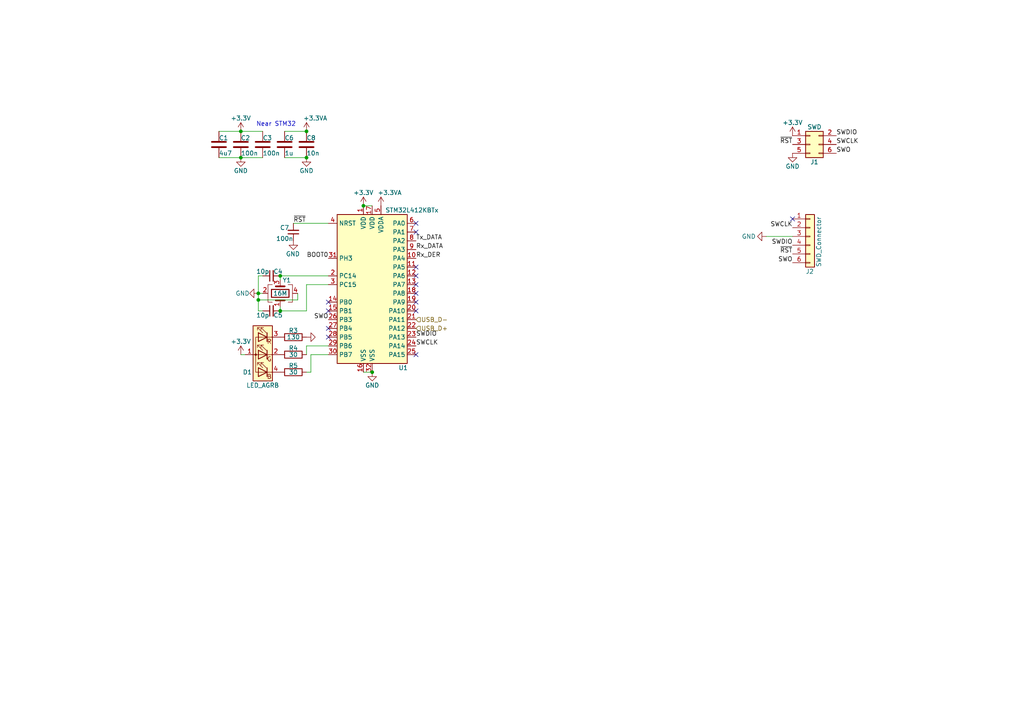
<source format=kicad_sch>
(kicad_sch (version 20211123) (generator eeschema)
  (paper "A4")
  (lib_symbols
    (symbol "Connector_Generic:Conn_01x06" (pin_names (offset 1.016) hide)
      (property "Reference" "J" (at 0 7.62 0))
      (property "Value" "Conn_01x06" (at 0 -10.16 0))
      (symbol "Conn_01x06_1_1"
        (rectangle (start -1.27 -7.493) (end 0 -7.747) (stroke (width 0.1524)))
        (rectangle (start -1.27 -4.953) (end 0 -5.207) (stroke (width 0.1524)))
        (rectangle (start -1.27 -2.413) (end 0 -2.667) (stroke (width 0.1524)))
        (rectangle (start -1.27 0.127) (end 0 -0.127) (stroke (width 0.1524)))
        (rectangle (start -1.27 2.667) (end 0 2.413) (stroke (width 0.1524)))
        (rectangle (start -1.27 5.207) (end 0 4.953) (stroke (width 0.1524)))
        (rectangle (start -1.27 6.35) (end 1.27 -8.89) (stroke (width 0.254)) (fill (type background)))
        (pin passive line (at -5.08 5.08 0) (length 3.81) (name "Pin_1") (number "1"))
        (pin passive line (at -5.08 2.54 0) (length 3.81) (name "Pin_2") (number "2"))
        (pin passive line (at -5.08 0 0) (length 3.81) (name "Pin_3") (number "3"))
        (pin passive line (at -5.08 -2.54 0) (length 3.81) (name "Pin_4") (number "4"))
        (pin passive line (at -5.08 -5.08 0) (length 3.81) (name "Pin_5") (number "5"))
        (pin passive line (at -5.08 -7.62 0) (length 3.81) (name "Pin_6") (number "6"))
      )
    )
    (symbol "Connector_Generic:Conn_02x03_Odd_Even" (pin_names (offset 1.016) hide)
      (property "Reference" "J" (at 1.27 5.08 0))
      (property "Value" "Conn_02x03_Odd_Even" (at 1.27 -5.08 0))
      (symbol "Conn_02x03_Odd_Even_1_1"
        (rectangle (start -1.27 -2.413) (end 0 -2.667) (stroke (width 0.1524)))
        (rectangle (start -1.27 0.127) (end 0 -0.127) (stroke (width 0.1524)))
        (rectangle (start -1.27 2.667) (end 0 2.413) (stroke (width 0.1524)))
        (rectangle (start -1.27 3.81) (end 3.81 -3.81) (stroke (width 0.254)) (fill (type background)))
        (rectangle (start 3.81 -2.413) (end 2.54 -2.667) (stroke (width 0.1524)))
        (rectangle (start 3.81 0.127) (end 2.54 -0.127) (stroke (width 0.1524)))
        (rectangle (start 3.81 2.667) (end 2.54 2.413) (stroke (width 0.1524)))
        (pin passive line (at -5.08 2.54 0) (length 3.81) (name "Pin_1") (number "1"))
        (pin passive line (at 7.62 2.54 180) (length 3.81) (name "Pin_2") (number "2"))
        (pin passive line (at -5.08 0 0) (length 3.81) (name "Pin_3") (number "3"))
        (pin passive line (at 7.62 0 180) (length 3.81) (name "Pin_4") (number "4"))
        (pin passive line (at -5.08 -2.54 0) (length 3.81) (name "Pin_5") (number "5"))
        (pin passive line (at 7.62 -2.54 180) (length 3.81) (name "Pin_6") (number "6"))
      )
    )
    (symbol "Device:C" (pin_numbers hide) (pin_names (offset 0.254))
      (property "Reference" "C" (at 0.635 2.54 0))
      (property "Value" "C" (at 0.635 -2.54 0))
      (symbol "C_0_1"
        (polyline (pts (xy -2.032 -0.762) (xy 2.032 -0.762)) (stroke (width 0.508)))
        (polyline (pts (xy -2.032 0.762) (xy 2.032 0.762)) (stroke (width 0.508)))
      )
      (symbol "C_1_1"
        (pin passive line (at 0 3.81 270) (length 2.794) (name "~") (number "1"))
        (pin passive line (at 0 -3.81 90) (length 2.794) (name "~") (number "2"))
      )
    )
    (symbol "Device:C_Small" (pin_numbers hide) (pin_names (offset 0.254) hide)
      (property "Reference" "C" (at 0.254 1.778 0))
      (property "Value" "C_Small" (at 0.254 -2.032 0))
      (symbol "C_Small_0_1"
        (polyline (pts (xy -1.524 -0.508) (xy 1.524 -0.508)) (stroke (width 0.3302)))
        (polyline (pts (xy -1.524 0.508) (xy 1.524 0.508)) (stroke (width 0.3048)))
      )
      (symbol "C_Small_1_1"
        (pin passive line (at 0 2.54 270) (length 2.032) (name "~") (number "1"))
        (pin passive line (at 0 -2.54 90) (length 2.032) (name "~") (number "2"))
      )
    )
    (symbol "Device:Crystal_GND24" (pin_names (offset 1.016) hide)
      (property "Reference" "Y" (at 3.175 5.08 0))
      (property "Value" "Crystal_GND24" (at 3.175 3.175 0))
      (symbol "Crystal_GND24_0_1"
        (rectangle (start -1.143 2.54) (end 1.143 -2.54) (stroke (width 0.3048)))
        (polyline (pts (xy -2.54 0) (xy -2.032 0)))
        (polyline (pts (xy -2.032 -1.27) (xy -2.032 1.27)) (stroke (width 0.508)))
        (polyline (pts (xy 0 -3.81) (xy 0 -3.556)))
        (polyline (pts (xy 0 3.556) (xy 0 3.81)))
        (polyline (pts (xy 2.032 -1.27) (xy 2.032 1.27)) (stroke (width 0.508)))
        (polyline (pts (xy 2.032 0) (xy 2.54 0)))
        (polyline (pts (xy -2.54 -2.286) (xy -2.54 -3.556) (xy 2.54 -3.556) (xy 2.54 -2.286)))
        (polyline (pts (xy -2.54 2.286) (xy -2.54 3.556) (xy 2.54 3.556) (xy 2.54 2.286)))
      )
      (symbol "Crystal_GND24_1_1"
        (pin passive line (at -3.81 0 0) (length 1.27) (name "1") (number "1"))
        (pin passive line (at 0 5.08 270) (length 1.27) (name "2") (number "2"))
        (pin passive line (at 3.81 0 180) (length 1.27) (name "3") (number "3"))
        (pin passive line (at 0 -5.08 90) (length 1.27) (name "4") (number "4"))
      )
    )
    (symbol "Device:LED_AGRB" (pin_names (offset 0) hide)
      (property "Reference" "D" (at 0 9.398 0))
      (property "Value" "LED_AGRB" (at 0 -8.89 0))
      (symbol "LED_AGRB_0_0"
        (text "B" (at -1.905 -6.35 0) (effects (font (size 1.27 1.27))))
        (text "G" (at -1.905 -1.27 0) (effects (font (size 1.27 1.27))))
        (text "R" (at -1.905 3.81 0) (effects (font (size 1.27 1.27))))
      )
      (symbol "LED_AGRB_0_1"
        (polyline (pts (xy -1.27 -5.08) (xy -2.54 -5.08)))
        (polyline (pts (xy -1.27 -5.08) (xy 1.27 -5.08)))
        (polyline (pts (xy -1.27 -3.81) (xy -1.27 -6.35)) (stroke (width 0.254)))
        (polyline (pts (xy -1.27 0) (xy -2.54 0)))
        (polyline (pts (xy -1.27 1.27) (xy -1.27 -1.27)) (stroke (width 0.254)))
        (polyline (pts (xy -1.27 5.08) (xy -2.54 5.08)))
        (polyline (pts (xy -1.27 5.08) (xy 1.27 5.08)))
        (polyline (pts (xy -1.27 6.35) (xy -1.27 3.81)) (stroke (width 0.254)))
        (polyline (pts (xy 1.27 0) (xy -1.27 0)))
        (polyline (pts (xy 1.27 0) (xy 2.54 0)))
        (polyline (pts (xy -1.27 1.27) (xy -1.27 -1.27) (xy -1.27 -1.27)))
        (polyline (pts (xy -1.27 6.35) (xy -1.27 3.81) (xy -1.27 3.81)))
        (polyline (pts (xy 1.27 -5.08) (xy 2.032 -5.08) (xy 2.032 5.08) (xy 1.27 5.08)))
        (polyline (pts (xy 1.27 -3.81) (xy 1.27 -6.35) (xy -1.27 -5.08) (xy 1.27 -3.81)) (stroke (width 0.254)))
        (polyline (pts (xy 1.27 1.27) (xy 1.27 -1.27) (xy -1.27 0) (xy 1.27 1.27)) (stroke (width 0.254)))
        (polyline (pts (xy 1.27 6.35) (xy 1.27 3.81) (xy -1.27 5.08) (xy 1.27 6.35)) (stroke (width 0.254)))
        (polyline (pts (xy -1.016 -3.81) (xy 0.508 -2.286) (xy -0.254 -2.286) (xy 0.508 -2.286) (xy 0.508 -3.048)))
        (polyline (pts (xy -1.016 1.27) (xy 0.508 2.794) (xy -0.254 2.794) (xy 0.508 2.794) (xy 0.508 2.032)))
        (polyline (pts (xy -1.016 6.35) (xy 0.508 7.874) (xy -0.254 7.874) (xy 0.508 7.874) (xy 0.508 7.112)))
        (polyline (pts (xy 0 -3.81) (xy 1.524 -2.286) (xy 0.762 -2.286) (xy 1.524 -2.286) (xy 1.524 -3.048)))
        (polyline (pts (xy 0 1.27) (xy 1.524 2.794) (xy 0.762 2.794) (xy 1.524 2.794) (xy 1.524 2.032)))
        (polyline (pts (xy 0 6.35) (xy 1.524 7.874) (xy 0.762 7.874) (xy 1.524 7.874) (xy 1.524 7.112)))
        (rectangle (start 1.27 -1.27) (end 1.27 1.27))
        (rectangle (start 1.27 1.27) (end 1.27 1.27))
        (rectangle (start 1.27 3.81) (end 1.27 6.35))
        (rectangle (start 1.27 6.35) (end 1.27 6.35))
        (circle (center 2.032 0) (radius 0.254) (fill (type outline)))
        (rectangle (start 2.794 8.382) (end -2.794 -7.62) (stroke (width 0.254)) (fill (type background)))
      )
      (symbol "LED_AGRB_1_1"
        (pin passive line (at 5.08 0 180) (length 2.54) (name "A") (number "1"))
        (pin passive line (at -5.08 0 0) (length 2.54) (name "GK") (number "2"))
        (pin passive line (at -5.08 5.08 0) (length 2.54) (name "RK") (number "3"))
        (pin passive line (at -5.08 -5.08 0) (length 2.54) (name "BK") (number "4"))
      )
    )
    (symbol "Device:R" (pin_numbers hide) (pin_names (offset 0))
      (property "Reference" "R" (at 2.032 0 90))
      (property "Value" "R" (at 0 0 90))
      (symbol "R_0_1"
        (rectangle (start -1.016 -2.54) (end 1.016 2.54) (stroke (width 0.254)))
      )
      (symbol "R_1_1"
        (pin passive line (at 0 3.81 270) (length 1.27) (name "~") (number "1"))
        (pin passive line (at 0 -3.81 90) (length 1.27) (name "~") (number "2"))
      )
    )
    (symbol "power:+3.3V" (power) (pin_names (offset 0))
      (property "Value" "+3.3V" (at 0 3.556 0))
      (symbol "+3.3V_0_1"
        (polyline (pts (xy -0.762 1.27) (xy 0 2.54)))
        (polyline (pts (xy 0 0) (xy 0 2.54)))
        (polyline (pts (xy 0 2.54) (xy 0.762 1.27)))
      )
      (symbol "+3.3V_1_1"
        (pin power_in line (at 0 0 90) (length 0) hide (name "+3.3V") (number "1"))
      )
    )
    (symbol "power:+3.3VA" (power) (pin_names (offset 0))
      (property "Value" "+3.3VA" (at 0 3.556 0))
      (symbol "+3.3VA_0_1"
        (polyline (pts (xy -0.762 1.27) (xy 0 2.54)))
        (polyline (pts (xy 0 0) (xy 0 2.54)))
        (polyline (pts (xy 0 2.54) (xy 0.762 1.27)))
      )
      (symbol "+3.3VA_1_1"
        (pin power_in line (at 0 0 90) (length 0) hide (name "+3.3VA") (number "1"))
      )
    )
    (symbol "power:GND" (power) (pin_names (offset 0))
      (property "Value" "GND" (at 0 -3.81 0))
      (symbol "GND_0_1"
        (polyline (pts (xy 0 0) (xy 0 -1.27) (xy 1.27 -1.27) (xy 0 -2.54) (xy -1.27 -1.27) (xy 0 -1.27)))
      )
      (symbol "GND_1_1"
        (pin power_in line (at 0 0 270) (length 0) hide (name "GND") (number "1"))
      )
    )
    (symbol "stm32l412:STM32L412KBTx"
      (property "Reference" "U" (at -10.16 21.59 0))
      (property "Value" "STM32L412KBTx" (at 5.08 21.59 0))
      (symbol "STM32L412KBTx_0_1"
        (rectangle (start -10.16 -22.86) (end 10.16 20.32) (stroke (width 0.254)) (fill (type background)))
      )
      (symbol "STM32L412KBTx_1_1"
        (pin power_in line (at -2.54 22.86 270) (length 2.54) (name "VDD") (number "1"))
        (pin bidirectional line (at 12.7 7.62 180) (length 2.54) (name "PA4") (number "10"))
        (pin bidirectional line (at 12.7 5.08 180) (length 2.54) (name "PA5") (number "11"))
        (pin bidirectional line (at 12.7 2.54 180) (length 2.54) (name "PA6") (number "12"))
        (pin bidirectional line (at 12.7 0 180) (length 2.54) (name "PA7") (number "13"))
        (pin bidirectional line (at -12.7 -5.08 0) (length 2.54) (name "PB0") (number "14"))
        (pin bidirectional line (at -12.7 -7.62 0) (length 2.54) (name "PB1") (number "15"))
        (pin power_in line (at -2.54 -25.4 90) (length 2.54) (name "VSS") (number "16"))
        (pin power_in line (at 0 22.86 270) (length 2.54) (name "VDD") (number "17"))
        (pin bidirectional line (at 12.7 -2.54 180) (length 2.54) (name "PA8") (number "18"))
        (pin bidirectional line (at 12.7 -5.08 180) (length 2.54) (name "PA9") (number "19"))
        (pin bidirectional line (at -12.7 2.54 0) (length 2.54) (name "PC14") (number "2"))
        (pin bidirectional line (at 12.7 -7.62 180) (length 2.54) (name "PA10") (number "20"))
        (pin bidirectional line (at 12.7 -10.16 180) (length 2.54) (name "PA11") (number "21"))
        (pin bidirectional line (at 12.7 -12.7 180) (length 2.54) (name "PA12") (number "22"))
        (pin bidirectional line (at 12.7 -15.24 180) (length 2.54) (name "PA13") (number "23"))
        (pin bidirectional line (at 12.7 -17.78 180) (length 2.54) (name "PA14") (number "24"))
        (pin bidirectional line (at 12.7 -20.32 180) (length 2.54) (name "PA15") (number "25"))
        (pin bidirectional line (at -12.7 -10.16 0) (length 2.54) (name "PB3") (number "26"))
        (pin bidirectional line (at -12.7 -12.7 0) (length 2.54) (name "PB4") (number "27"))
        (pin bidirectional line (at -12.7 -15.24 0) (length 2.54) (name "PB5") (number "28"))
        (pin bidirectional line (at -12.7 -17.78 0) (length 2.54) (name "PB6") (number "29"))
        (pin bidirectional line (at -12.7 0 0) (length 2.54) (name "PC15") (number "3"))
        (pin bidirectional line (at -12.7 -20.32 0) (length 2.54) (name "PB7") (number "30"))
        (pin bidirectional line (at -12.7 7.62 0) (length 2.54) (name "PH3") (number "31"))
        (pin power_in line (at 0 -25.4 90) (length 2.54) (name "VSS") (number "32"))
        (pin input line (at -12.7 17.78 0) (length 2.54) (name "NRST") (number "4"))
        (pin power_in line (at 2.54 22.86 270) (length 2.54) (name "VDDA") (number "5"))
        (pin bidirectional line (at 12.7 17.78 180) (length 2.54) (name "PA0") (number "6"))
        (pin bidirectional line (at 12.7 15.24 180) (length 2.54) (name "PA1") (number "7"))
        (pin bidirectional line (at 12.7 12.7 180) (length 2.54) (name "PA2") (number "8"))
        (pin bidirectional line (at 12.7 10.16 180) (length 2.54) (name "PA3") (number "9"))
      )
    )
  )
  (junction (at 88.9 38.1))
  (junction (at 74.93 85.09))
  (junction (at 69.85 38.1))
  (junction (at 74.93 86.995))
  (junction (at 105.41 59.69))
  (junction (at 69.85 45.72))
  (junction (at 88.9 45.72))
  (junction (at 81.28 90.17))
  (junction (at 81.28 80.01))
  (junction (at 107.95 107.95))
  (no_connect (at 120.65 80.01))
  (no_connect (at 120.65 67.31))
  (no_connect (at 120.65 90.17))
  (no_connect (at 229.87 63.5))
  (no_connect (at 95.25 95.25))
  (no_connect (at 120.65 64.77))
  (no_connect (at 120.65 87.63))
  (no_connect (at 120.65 77.47))
  (no_connect (at 95.25 90.17))
  (no_connect (at 120.65 85.09))
  (no_connect (at 120.65 102.87))
  (no_connect (at 95.25 97.79))
  (no_connect (at 95.25 87.63))
  (no_connect (at 120.65 82.55))
  (wire (pts (xy 74.93 80.01) (xy 74.93 85.09)))
  (wire (pts (xy 105.41 107.95) (xy 107.95 107.95)))
  (wire (pts (xy 82.55 45.72) (xy 88.9 45.72)))
  (wire (pts (xy 88.9 100.33) (xy 88.9 102.87)))
  (wire (pts (xy 63.5 45.72) (xy 69.85 45.72)))
  (wire (pts (xy 74.93 86.995) (xy 74.93 90.17)))
  (wire (pts (xy 69.85 38.1) (xy 76.2 38.1)))
  (wire (pts (xy 95.25 82.55) (xy 88.9 82.55)))
  (wire (pts (xy 81.28 80.01) (xy 81.28 81.28)))
  (wire (pts (xy 88.9 90.17) (xy 81.28 90.17)))
  (wire (pts (xy 85.09 64.77) (xy 95.25 64.77)))
  (wire (pts (xy 71.12 102.87) (xy 69.85 102.87)))
  (wire (pts (xy 74.93 90.17) (xy 76.2 90.17)))
  (wire (pts (xy 88.9 100.33) (xy 95.25 100.33)))
  (wire (pts (xy 81.28 88.9) (xy 81.28 90.17)))
  (wire (pts (xy 90.17 102.87) (xy 95.25 102.87)))
  (wire (pts (xy 88.9 107.95) (xy 90.17 107.95)))
  (wire (pts (xy 74.93 85.09) (xy 76.2 85.09)))
  (wire (pts (xy 74.93 80.01) (xy 76.2 80.01)))
  (wire (pts (xy 81.28 80.01) (xy 95.25 80.01)))
  (wire (pts (xy 82.55 38.1) (xy 88.9 38.1)))
  (wire (pts (xy 88.9 82.55) (xy 88.9 90.17)))
  (wire (pts (xy 74.93 86.995) (xy 86.36 86.995)))
  (wire (pts (xy 63.5 38.1) (xy 69.85 38.1)))
  (wire (pts (xy 105.41 59.69) (xy 107.95 59.69)))
  (wire (pts (xy 86.36 85.09) (xy 86.36 86.995)))
  (wire (pts (xy 69.85 45.72) (xy 76.2 45.72)))
  (wire (pts (xy 74.93 85.09) (xy 74.93 86.995)))
  (wire (pts (xy 90.17 102.87) (xy 90.17 107.95)))
  (wire (pts (xy 222.25 68.58) (xy 229.87 68.58)))
  (text "Near STM32" (at 74.295 36.83 0) (effects (font (size 1.27 1.27)) (justify left bottom)))
  (label "SWDIO" (at 229.87 71.12 180))
  (label "SWCLK" (at 229.87 66.04 180))
  (label "Rx_DER" (at 120.65 74.93 0))
  (label "~{RST}" (at 229.87 73.66 180))
  (label "SWO" (at 242.57 44.45 0))
  (label "SWDIO" (at 120.65 97.79 0))
  (label "SWO" (at 95.25 92.71 180))
  (label "SWCLK" (at 120.65 100.33 0))
  (label "~{RST}" (at 229.87 41.91 180))
  (label "Rx_DATA" (at 120.65 72.39 0))
  (label "~{RST}" (at 85.09 64.77 0))
  (label "SWCLK" (at 242.57 41.91 0))
  (label "SWO" (at 229.87 76.2 180))
  (label "Tx_DATA" (at 120.65 69.85 0))
  (label "BOOT0" (at 95.25 74.93 180))
  (label "SWDIO" (at 242.57 39.37 0))
  (hierarchical_label "USB_D+" (shape input) (at 120.65 95.25 0))
  (hierarchical_label "USB_D-" (shape input) (at 120.65 92.71 0))
  (symbol (lib_id "power:+3.3V") (at 69.85 38.1 0) (unit 1)
    (property "Reference" "#PWR01" (effects hide))
    (property "Value" "+3.3V" (at 69.85 34.29 0))
  )
  (symbol (lib_id "power:GND") (at 229.87 44.45 0) (unit 1)
    (property "Reference" "#PWR014" (effects hide))
    (property "Value" "GND" (at 229.87 48.26 0))
  )
  (symbol (lib_id "Device:C") (at 69.85 41.91 0) (unit 1)
    (property "Reference" "C2" (at 69.85 40.005 0) (effects (justify left)))
    (property "Value" "100n" (at 69.85 44.45 0) (effects (justify left)))
    (property "Footprint" "Capacitor_SMD:C_0603_1608Metric_Pad1.08x0.95mm_HandSolder" (effects hide))
  )
  (symbol (lib_id "power:+3.3VA") (at 88.9 38.1 0) (unit 1)
    (property "Reference" "#PWR06" (effects hide))
    (property "Value" "+3.3VA" (at 91.44 34.29 0))
  )
  (symbol (lib_id "power:+3.3V") (at 69.85 102.87 0) (unit 1)
    (property "Reference" "#PWR03" (effects hide))
    (property "Value" "+3.3V" (at 69.85 99.06 0))
  )
  (symbol (lib_id "stm32l412:STM32L412KBTx") (at 107.95 82.55 0) (unit 1)
    (property "Reference" "U1" (at 115.57 106.68 0) (effects (justify left)))
    (property "Value" "STM32L412KBTx" (at 111.76 60.96 0) (effects (justify left)))
    (property "Footprint" "Package_DFN_QFN:QFN-32-1EP_5x5mm_P0.5mm_EP3.45x3.45mm" (effects hide))
    (property "Datasheet" "http://www.st.com/st-web-ui/static/active/en/resource/technical/document/datasheet/DM00257211.pdf" (effects hide))
    (property "Price" "5" (effects hide))
    (property "MPN" "STM32L412K8U6" (effects hide))
  )
  (symbol (lib_id "Device:C_Small") (at 78.74 80.01 90) (unit 1)
    (property "Reference" "C4" (at 80.645 78.74 90))
    (property "Value" "10p" (at 76.2 78.74 90))
    (property "Footprint" "Capacitor_SMD:C_0603_1608Metric_Pad1.08x0.95mm_HandSolder" (effects hide))
    (property "Price" "0.05" (effects hide))
  )
  (symbol (lib_id "Device:Crystal_GND24") (at 81.28 85.09 90) (unit 1)
    (property "Reference" "Y1" (at 83.185 81.28 90))
    (property "Value" "16M" (at 81.28 85.09 90))
    (property "Footprint" "Crystal:Crystal_SMD_Abracon_ABM8G-4Pin_3.2x2.5mm" (effects hide))
    (property "Farnell Ref" "2673004" (effects hide))
    (property "Price" "0.47" (effects hide))
    (property "MPN" "ABM8-16.000MHZ-10-1-U-T" (effects hide))
  )
  (symbol (lib_id "power:GND") (at 85.09 69.85 0) (unit 1)
    (property "Reference" "#PWR05" (effects hide))
    (property "Value" "GND" (at 86.995 73.66 0) (effects (justify right)))
  )
  (symbol (lib_id "power:GND") (at 74.93 85.09 270) (unit 1)
    (property "Reference" "#PWR04" (effects hide))
    (property "Value" "GND" (at 72.39 85.09 90) (effects (justify right)))
  )
  (symbol (lib_id "power:GND") (at 69.85 45.72 0) (unit 1)
    (property "Reference" "#PWR02" (effects hide))
    (property "Value" "GND" (at 69.85 49.53 0))
  )
  (symbol (lib_id "Connector_Generic:Conn_02x03_Odd_Even") (at 234.95 41.91 0) (unit 1)
    (property "Reference" "J1" (at 236.22 46.99 0))
    (property "Value" "SWD" (at 236.22 36.83 0))
    (property "Footprint" "Connector_PinHeader_1.27mm:PinHeader_2x03_P1.27mm_Vertical_SMD" (effects hide))
  )
  (symbol (lib_id "power:GND") (at 107.95 107.95 0) (unit 1)
    (property "Reference" "#PWR010" (effects hide))
    (property "Value" "GND" (at 107.95 111.76 0))
  )
  (symbol (lib_id "Device:C") (at 88.9 41.91 0) (unit 1)
    (property "Reference" "C8" (at 88.9 40.005 0) (effects (justify left)))
    (property "Value" "10n" (at 88.9 44.45 0) (effects (justify left)))
    (property "Footprint" "Capacitor_SMD:C_0603_1608Metric_Pad1.08x0.95mm_HandSolder" (effects hide))
  )
  (symbol (lib_id "Device:C") (at 82.55 41.91 0) (unit 1)
    (property "Reference" "C6" (at 82.55 40.005 0) (effects (justify left)))
    (property "Value" "1u" (at 82.55 44.45 0) (effects (justify left)))
    (property "Footprint" "Capacitor_SMD:C_0603_1608Metric_Pad1.08x0.95mm_HandSolder" (effects hide))
  )
  (symbol (lib_id "Device:C_Small") (at 78.74 90.17 90) (unit 1)
    (property "Reference" "C5" (at 80.645 91.44 90))
    (property "Value" "10p" (at 76.2 91.44 90))
    (property "Footprint" "Capacitor_SMD:C_0603_1608Metric_Pad1.08x0.95mm_HandSolder" (effects hide))
    (property "Price" "0.05" (effects hide))
  )
  (symbol (lib_id "power:+3.3V") (at 105.41 59.69 0) (unit 1)
    (property "Reference" "#PWR09" (effects hide))
    (property "Value" "+3.3V" (at 105.41 55.88 0))
  )
  (symbol (lib_id "power:GND") (at 88.9 97.79 90) (unit 1)
    (property "Reference" "#PWR08" (effects hide))
    (property "Value" "GND" (effects hide))
  )
  (symbol (lib_id "power:+3.3VA") (at 110.49 59.69 0) (unit 1)
    (property "Reference" "#PWR011" (effects hide))
    (property "Value" "+3.3VA" (at 113.03 55.88 0))
  )
  (symbol (lib_id "Device:R") (at 85.09 97.79 90) (unit 1)
    (property "Reference" "R3" (at 85.09 95.885 90))
    (property "Value" "130" (at 85.09 97.79 90))
    (property "Footprint" "Resistor_SMD:R_0805_2012Metric_Pad1.20x1.40mm_HandSolder" (effects hide))
  )
  (symbol (lib_id "Device:LED_AGRB") (at 76.2 102.87 0) (mirror y) (unit 1)
    (property "Reference" "D1" (at 71.755 107.95 0))
    (property "Value" "LED_AGRB" (at 76.2 111.76 0))
    (property "Footprint" "LED_SMD:LED_RGB_Wuerth-PLCC4_3.2x2.8mm_150141M173100" (effects hide))
    (property "Farnell Ref" "2322115" (effects hide))
    (property "Price" "0.6" (effects hide))
    (property "MPN" "Würth 150141M173100" (effects hide))
  )
  (symbol (lib_id "Connector_Generic:Conn_01x06") (at 234.95 68.58 0) (unit 1)
    (property "Reference" "J2" (at 233.68 78.74 0) (effects (justify left)))
    (property "Value" "SWD_Connector" (at 237.49 77.47 90) (effects (justify left)))
    (property "Footprint" "Connector_PinHeader_2.54mm:PinHeader_1x06_P2.54mm_Vertical" (effects hide))
  )
  (symbol (lib_id "Device:C") (at 63.5 41.91 0) (unit 1)
    (property "Reference" "C1" (at 63.5 40.005 0) (effects (justify left)))
    (property "Value" "4u7" (at 63.5 44.45 0) (effects (justify left)))
    (property "Footprint" "Capacitor_SMD:C_0805_2012Metric_Pad1.18x1.45mm_HandSolder" (effects hide))
    (property "Price" "0.14" (effects hide))
  )
  (symbol (lib_id "Device:R") (at 85.09 107.95 90) (unit 1)
    (property "Reference" "R5" (at 85.09 106.045 90))
    (property "Value" "30" (at 85.09 107.95 90))
    (property "Footprint" "Resistor_SMD:R_0805_2012Metric_Pad1.20x1.40mm_HandSolder" (effects hide))
  )
  (symbol (lib_id "Device:R") (at 85.09 102.87 90) (unit 1)
    (property "Reference" "R4" (at 85.09 100.965 90))
    (property "Value" "30" (at 85.09 102.87 90))
    (property "Footprint" "Resistor_SMD:R_0805_2012Metric_Pad1.20x1.40mm_HandSolder" (effects hide))
  )
  (symbol (lib_id "power:GND") (at 222.25 68.58 270) (unit 1)
    (property "Reference" "#PWR012" (effects hide))
    (property "Value" "GND" (at 217.17 68.58 90))
  )
  (symbol (lib_id "Device:C_Small") (at 85.09 67.31 180) (unit 1)
    (property "Reference" "C7" (at 82.55 66.04 0))
    (property "Value" "100n" (at 82.55 69.215 0))
    (property "Footprint" "Capacitor_SMD:C_0603_1608Metric_Pad1.08x0.95mm_HandSolder" (effects hide))
  )
  (symbol (lib_id "power:+3.3V") (at 229.87 39.37 0) (unit 1)
    (property "Reference" "#PWR013" (effects hide))
    (property "Value" "+3.3V" (at 229.87 35.56 0))
  )
  (symbol (lib_id "power:GND") (at 88.9 45.72 0) (unit 1)
    (property "Reference" "#PWR07" (effects hide))
    (property "Value" "GND" (at 88.9 49.53 0))
  )
  (symbol (lib_id "Device:C") (at 76.2 41.91 0) (unit 1)
    (property "Reference" "C3" (at 76.2 40.005 0) (effects (justify left)))
    (property "Value" "100n" (at 76.2 44.45 0) (effects (justify left)))
    (property "Footprint" "Capacitor_SMD:C_0603_1608Metric_Pad1.08x0.95mm_HandSolder" (effects hide))
  )
)
</source>
